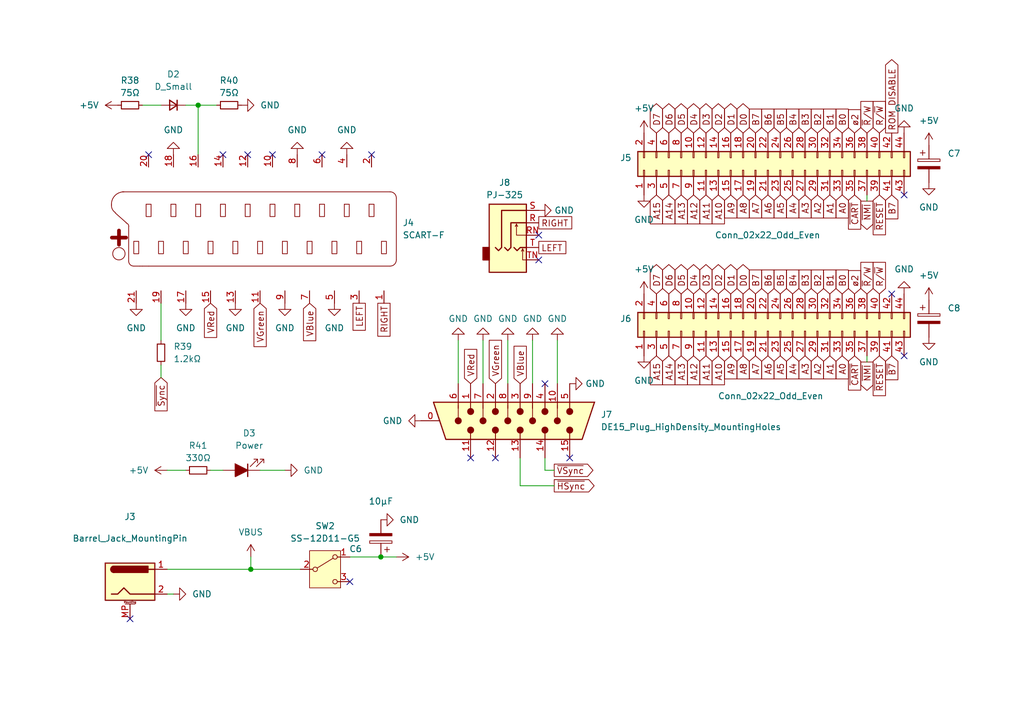
<source format=kicad_sch>
(kicad_sch (version 20231120) (generator "eeschema") (generator_version "8.0")
  (paper "A5")
  (title_block (title "Ports"))
  (lib_symbols
    (symbol "Connector:Barrel_Jack_MountingPin" (pin_names hide)
      (property "Reference" "J" (at 0 5.334 0))
      (property "Value" "Barrel_Jack_MountingPin" (at 1.27 -6.35 0))
      (symbol "Barrel_Jack_MountingPin_0_1"
        (rectangle (start -5.08 3.81) (end 5.08 -3.81) (stroke (width 0.254)) (fill (type background)))
        (arc (start -3.302 3.175) (mid -3.9343 2.54) (end -3.302 1.905) (stroke (width 0.254)))
        (arc (start -3.302 3.175) (mid -3.9343 2.54) (end -3.302 1.905) (stroke (width 0.254)) (fill (type outline)))
        (polyline (pts (xy 5.08 2.54) (xy 3.81 2.54)) (stroke (width 0.254)))
        (polyline (pts (xy -3.81 -2.54) (xy -2.54 -2.54) (xy -1.27 -1.27) (xy 0 -2.54) (xy 2.54 -2.54) (xy 5.08 -2.54)) (stroke (width 0.254)))
        (rectangle (start 3.683 3.175) (end -3.302 1.905) (stroke (width 0.254)) (fill (type outline)))
      )
      (symbol "Barrel_Jack_MountingPin_1_1"
        (polyline (pts (xy -1.016 -4.572) (xy 1.016 -4.572)) (stroke (width 0.1524)))
        (text "Mounting" (at 0 -4.191 0) (effects (font (size 0.381 0.381))))
        (pin passive line (at 7.62 2.54 180) (length 2.54) (name "~") (number "1"))
        (pin passive line (at 7.62 -2.54 180) (length 2.54) (name "~") (number "2"))
        (pin passive line (at 0 -7.62 90) (length 3.048) (name "MountPin") (number "MP"))
      )
    )
    (symbol "Connector:DE15_Plug_HighDensity_MountingHoles" (pin_names (offset 1.016) hide)
      (property "Reference" "J" (at 0 21.59 0))
      (property "Value" "DE15_Plug_HighDensity_MountingHoles" (at 0 19.05 0))
      (symbol "DE15_Plug_HighDensity_MountingHoles_0_1"
        (circle (center -1.905 -7.62) (radius 0.635) (fill (type outline)))
        (circle (center -1.905 -2.54) (radius 0.635) (fill (type outline)))
        (circle (center -1.905 2.54) (radius 0.635) (fill (type outline)))
        (circle (center -1.905 7.62) (radius 0.635) (fill (type outline)))
        (circle (center -1.905 12.7) (radius 0.635) (fill (type outline)))
        (circle (center 0 -10.16) (radius 0.635) (fill (type outline)))
        (circle (center 0 -5.08) (radius 0.635) (fill (type outline)))
        (polyline (pts (xy -3.175 -5.08) (xy -0.635 -5.08)))
        (polyline (pts (xy -0.635 -10.16) (xy -3.175 -10.16)))
        (polyline (pts (xy -0.635 0) (xy -3.175 0)))
        (polyline (pts (xy -0.635 5.08) (xy -3.175 5.08)))
        (polyline (pts (xy -0.635 10.16) (xy -3.175 10.16)))
        (polyline (pts (xy -3.81 17.78) (xy -3.81 -15.24) (xy 3.81 -12.7) (xy 3.81 15.24) (xy -3.81 17.78)) (stroke (width 0.254)) (fill (type background)))
        (circle (center 0 0) (radius 0.635) (fill (type outline)))
        (circle (center 0 5.08) (radius 0.635) (fill (type outline)))
        (circle (center 0 10.16) (radius 0.635) (fill (type outline)))
        (circle (center 1.905 -7.62) (radius 0.635) (fill (type outline)))
        (circle (center 1.905 -2.54) (radius 0.635) (fill (type outline)))
        (circle (center 1.905 2.54) (radius 0.635) (fill (type outline)))
        (circle (center 1.905 7.62) (radius 0.635) (fill (type outline)))
        (circle (center 1.905 12.7) (radius 0.635) (fill (type outline)))
      )
      (symbol "DE15_Plug_HighDensity_MountingHoles_1_1"
        (pin passive line (at 0 -17.78 90) (length 3.81) (name "~") (number "0"))
        (pin passive line (at -7.62 -7.62 0) (length 5.08) (name "~") (number "1"))
        (pin passive line (at -7.62 10.16 0) (length 5.08) (name "~") (number "10"))
        (pin passive line (at 7.62 -7.62 180) (length 5.08) (name "~") (number "11"))
        (pin passive line (at 7.62 -2.54 180) (length 5.08) (name "~") (number "12"))
        (pin passive line (at 7.62 2.54 180) (length 5.08) (name "~") (number "13"))
        (pin passive line (at 7.62 7.62 180) (length 5.08) (name "~") (number "14"))
        (pin passive line (at 7.62 12.7 180) (length 5.08) (name "~") (number "15"))
        (pin passive line (at -7.62 -2.54 0) (length 5.08) (name "~") (number "2"))
        (pin passive line (at -7.62 2.54 0) (length 5.08) (name "~") (number "3"))
        (pin passive line (at -7.62 7.62 0) (length 5.08) (name "~") (number "4"))
        (pin passive line (at -7.62 12.7 0) (length 5.08) (name "~") (number "5"))
        (pin passive line (at -7.62 -10.16 0) (length 5.08) (name "~") (number "6"))
        (pin passive line (at -7.62 -5.08 0) (length 5.08) (name "~") (number "7"))
        (pin passive line (at -7.62 0 0) (length 5.08) (name "~") (number "8"))
        (pin passive line (at -7.62 5.08 0) (length 5.08) (name "~") (number "9"))
      )
    )
    (symbol "Connector:SCART-F" (pin_names (offset 0.762) hide)
      (property "Reference" "J" (at 0 31.75 0))
      (property "Value" "SCART-F" (at 1.016 -29.21 0))
      (symbol "SCART-F_0_1"
        (arc (start -7.62 -26.67) (mid -7.248 -27.568) (end -6.35 -27.94))
        (arc (start -6.604 26.9494) (mid -7.3224 26.6518) (end -7.62 25.9334))
        (rectangle (start -5.08 -24.892) (end -2.54 -25.908))
        (rectangle (start -5.08 -19.812) (end -2.54 -20.828))
        (rectangle (start -5.08 -14.732) (end -2.54 -15.748))
        (rectangle (start -5.08 -9.652) (end -2.54 -10.668))
        (rectangle (start -5.08 -4.572) (end -2.54 -5.588))
        (rectangle (start -5.08 0.508) (end -2.54 -0.508))
        (rectangle (start -5.08 5.588) (end -2.54 4.572))
        (rectangle (start -5.08 10.668) (end -2.54 9.652))
        (rectangle (start -5.08 15.748) (end -2.54 14.732))
        (rectangle (start -5.08 20.828) (end -2.54 19.812))
        (rectangle (start -5.08 25.908) (end -2.54 24.892))
        (circle (center -5.08 28.956) (radius 1.27))
        (polyline (pts (xy -7.62 22.86) (xy -7.62 -26.67)))
        (polyline (pts (xy -7.62 22.86) (xy -7.62 24.13)))
        (polyline (pts (xy -7.62 24.6634) (xy -7.62 24.13)))
        (polyline (pts (xy -7.62 24.6634) (xy -7.62 25.9334)))
        (polyline (pts (xy -6.604 26.9494) (xy 0.508 26.9494)))
        (polyline (pts (xy -6.35 -27.94) (xy 6.35 -27.94)))
        (polyline (pts (xy 3.302 29.718) (xy 1.27 27.432)))
        (polyline (pts (xy 4.826 30.48) (xy 5.08 30.48)))
        (polyline (pts (xy 7.62 -26.67) (xy 7.62 28.2194)))
        (arc (start 0.508 26.924) (mid 0.9569 27.0702) (end 1.2192 27.4574))
        (rectangle (start 2.54 -22.352) (end 5.08 -23.368))
        (rectangle (start 2.54 -17.272) (end 5.08 -18.288))
        (rectangle (start 2.54 -12.192) (end 5.08 -13.208))
        (rectangle (start 2.54 -7.112) (end 5.08 -8.128))
        (rectangle (start 2.54 -2.032) (end 5.08 -3.048))
        (rectangle (start 2.54 3.048) (end 5.08 2.032))
        (rectangle (start 2.54 8.128) (end 5.08 7.112))
        (rectangle (start 2.54 13.208) (end 5.08 12.192))
        (rectangle (start 2.54 18.288) (end 5.08 17.272))
        (rectangle (start 2.54 23.368) (end 5.08 22.352))
        (arc (start 4.826 30.48) (mid 3.999 30.2726) (end 3.3782 29.6926))
        (arc (start 6.35 -27.94) (mid 7.248 -27.568) (end 7.62 -26.67))
        (arc (start 7.62 27.94) (mid 6.8761 29.7361) (end 5.08 30.48))
        (text "+" (at -1.778 29.21 0) (effects (font (size 3.81 3.81) (bold yes))))
      )
      (symbol "SCART-F_1_1"
        (pin passive line (at -15.24 -25.4 0) (length 2.54) (name "P1") (number "1"))
        (pin passive line (at 15.24 -2.54 180) (length 2.54) (name "P10") (number "10"))
        (pin passive line (at -15.24 0 0) (length 2.54) (name "P11") (number "11"))
        (pin passive line (at 15.24 2.54 180) (length 2.54) (name "P12") (number "12"))
        (pin passive line (at -15.24 5.08 0) (length 2.54) (name "P13") (number "13"))
        (pin passive line (at 15.24 7.62 180) (length 2.54) (name "P14") (number "14"))
        (pin passive line (at -15.24 10.16 0) (length 2.54) (name "P15") (number "15"))
        (pin passive line (at 15.24 12.7 180) (length 2.54) (name "P16") (number "16"))
        (pin passive line (at -15.24 15.24 0) (length 2.54) (name "P17") (number "17"))
        (pin passive line (at 15.24 17.78 180) (length 2.54) (name "P18") (number "18"))
        (pin passive line (at -15.24 20.32 0) (length 2.54) (name "P19") (number "19"))
        (pin passive line (at 15.24 -22.86 180) (length 2.54) (name "P2") (number "2"))
        (pin passive line (at 15.24 22.86 180) (length 2.54) (name "P20") (number "20"))
        (pin passive line (at -15.24 25.4 0) (length 2.54) (name "P21") (number "21"))
        (pin passive line (at -15.24 -20.32 0) (length 2.54) (name "P3") (number "3"))
        (pin passive line (at 15.24 -17.78 180) (length 2.54) (name "P4") (number "4"))
        (pin passive line (at -15.24 -15.24 0) (length 2.54) (name "P5") (number "5"))
        (pin passive line (at 15.24 -12.7 180) (length 2.54) (name "P6") (number "6"))
        (pin passive line (at -15.24 -10.16 0) (length 2.54) (name "P7") (number "7"))
        (pin passive line (at 15.24 -7.62 180) (length 2.54) (name "P8") (number "8"))
        (pin passive line (at -15.24 -5.08 0) (length 2.54) (name "P9") (number "9"))
      )
    )
    (symbol "Connector_Audio:AudioJack3_SwitchTR"
      (property "Reference" "J" (at 0 8.89 0))
      (property "Value" "AudioJack3_SwitchTR" (at 0 6.35 0))
      (symbol "AudioJack3_SwitchTR_0_1"
        (rectangle (start -5.08 -5.08) (end -6.35 -7.62) (stroke (width 0.254)) (fill (type outline)))
        (polyline (pts (xy 0.508 -0.254) (xy 0.762 -0.762)))
        (polyline (pts (xy 1.778 -5.334) (xy 2.032 -5.842)))
        (polyline (pts (xy 0 -5.08) (xy 0.635 -5.715) (xy 1.27 -5.08) (xy 2.54 -5.08)) (stroke (width 0.254)))
        (polyline (pts (xy 2.54 -7.62) (xy 1.778 -7.62) (xy 1.778 -5.334) (xy 1.524 -5.842)))
        (polyline (pts (xy 2.54 -2.54) (xy 0.508 -2.54) (xy 0.508 -0.254) (xy 0.254 -0.762)))
        (polyline (pts (xy -1.905 -5.08) (xy -1.27 -5.715) (xy -0.635 -5.08) (xy -0.635 0) (xy 2.54 0)) (stroke (width 0.254)))
        (polyline (pts (xy 2.54 2.54) (xy -2.54 2.54) (xy -2.54 -5.08) (xy -3.175 -5.715) (xy -3.81 -5.08)) (stroke (width 0.254)))
        (rectangle (start 2.54 3.81) (end -5.08 -10.16) (stroke (width 0.254)) (fill (type background)))
      )
      (symbol "AudioJack3_SwitchTR_1_1"
        (pin passive line (at 5.08 0 180) (length 2.54) (name "~") (number "R"))
        (pin passive line (at 5.08 -2.54 180) (length 2.54) (name "~") (number "RN"))
        (pin passive line (at 5.08 2.54 180) (length 2.54) (name "~") (number "S"))
        (pin passive line (at 5.08 -5.08 180) (length 2.54) (name "~") (number "T"))
        (pin passive line (at 5.08 -7.62 180) (length 2.54) (name "~") (number "TN"))
      )
    )
    (symbol "Connector_Generic:Conn_02x22_Odd_Even" (pin_names (offset 1.016) hide)
      (property "Reference" "J" (at 1.27 27.94 0))
      (property "Value" "Conn_02x22_Odd_Even" (at 1.27 -30.48 0))
      (symbol "Conn_02x22_Odd_Even_1_1"
        (rectangle (start -1.27 -27.813) (end 0 -28.067) (stroke (width 0.1524)))
        (rectangle (start -1.27 -25.273) (end 0 -25.527) (stroke (width 0.1524)))
        (rectangle (start -1.27 -22.733) (end 0 -22.987) (stroke (width 0.1524)))
        (rectangle (start -1.27 -20.193) (end 0 -20.447) (stroke (width 0.1524)))
        (rectangle (start -1.27 -17.653) (end 0 -17.907) (stroke (width 0.1524)))
        (rectangle (start -1.27 -15.113) (end 0 -15.367) (stroke (width 0.1524)))
        (rectangle (start -1.27 -12.573) (end 0 -12.827) (stroke (width 0.1524)))
        (rectangle (start -1.27 -10.033) (end 0 -10.287) (stroke (width 0.1524)))
        (rectangle (start -1.27 -7.493) (end 0 -7.747) (stroke (width 0.1524)))
        (rectangle (start -1.27 -4.953) (end 0 -5.207) (stroke (width 0.1524)))
        (rectangle (start -1.27 -2.413) (end 0 -2.667) (stroke (width 0.1524)))
        (rectangle (start -1.27 0.127) (end 0 -0.127) (stroke (width 0.1524)))
        (rectangle (start -1.27 2.667) (end 0 2.413) (stroke (width 0.1524)))
        (rectangle (start -1.27 5.207) (end 0 4.953) (stroke (width 0.1524)))
        (rectangle (start -1.27 7.747) (end 0 7.493) (stroke (width 0.1524)))
        (rectangle (start -1.27 10.287) (end 0 10.033) (stroke (width 0.1524)))
        (rectangle (start -1.27 12.827) (end 0 12.573) (stroke (width 0.1524)))
        (rectangle (start -1.27 15.367) (end 0 15.113) (stroke (width 0.1524)))
        (rectangle (start -1.27 17.907) (end 0 17.653) (stroke (width 0.1524)))
        (rectangle (start -1.27 20.447) (end 0 20.193) (stroke (width 0.1524)))
        (rectangle (start -1.27 22.987) (end 0 22.733) (stroke (width 0.1524)))
        (rectangle (start -1.27 25.527) (end 0 25.273) (stroke (width 0.1524)))
        (rectangle (start -1.27 26.67) (end 3.81 -29.21) (stroke (width 0.254)) (fill (type background)))
        (rectangle (start 3.81 -27.813) (end 2.54 -28.067) (stroke (width 0.1524)))
        (rectangle (start 3.81 -25.273) (end 2.54 -25.527) (stroke (width 0.1524)))
        (rectangle (start 3.81 -22.733) (end 2.54 -22.987) (stroke (width 0.1524)))
        (rectangle (start 3.81 -20.193) (end 2.54 -20.447) (stroke (width 0.1524)))
        (rectangle (start 3.81 -17.653) (end 2.54 -17.907) (stroke (width 0.1524)))
        (rectangle (start 3.81 -15.113) (end 2.54 -15.367) (stroke (width 0.1524)))
        (rectangle (start 3.81 -12.573) (end 2.54 -12.827) (stroke (width 0.1524)))
        (rectangle (start 3.81 -10.033) (end 2.54 -10.287) (stroke (width 0.1524)))
        (rectangle (start 3.81 -7.493) (end 2.54 -7.747) (stroke (width 0.1524)))
        (rectangle (start 3.81 -4.953) (end 2.54 -5.207) (stroke (width 0.1524)))
        (rectangle (start 3.81 -2.413) (end 2.54 -2.667) (stroke (width 0.1524)))
        (rectangle (start 3.81 0.127) (end 2.54 -0.127) (stroke (width 0.1524)))
        (rectangle (start 3.81 2.667) (end 2.54 2.413) (stroke (width 0.1524)))
        (rectangle (start 3.81 5.207) (end 2.54 4.953) (stroke (width 0.1524)))
        (rectangle (start 3.81 7.747) (end 2.54 7.493) (stroke (width 0.1524)))
        (rectangle (start 3.81 10.287) (end 2.54 10.033) (stroke (width 0.1524)))
        (rectangle (start 3.81 12.827) (end 2.54 12.573) (stroke (width 0.1524)))
        (rectangle (start 3.81 15.367) (end 2.54 15.113) (stroke (width 0.1524)))
        (rectangle (start 3.81 17.907) (end 2.54 17.653) (stroke (width 0.1524)))
        (rectangle (start 3.81 20.447) (end 2.54 20.193) (stroke (width 0.1524)))
        (rectangle (start 3.81 22.987) (end 2.54 22.733) (stroke (width 0.1524)))
        (rectangle (start 3.81 25.527) (end 2.54 25.273) (stroke (width 0.1524)))
        (pin passive line (at -5.08 25.4 0) (length 3.81) (name "Pin_1") (number "1"))
        (pin passive line (at 7.62 15.24 180) (length 3.81) (name "Pin_10") (number "10"))
        (pin passive line (at -5.08 12.7 0) (length 3.81) (name "Pin_11") (number "11"))
        (pin passive line (at 7.62 12.7 180) (length 3.81) (name "Pin_12") (number "12"))
        (pin passive line (at -5.08 10.16 0) (length 3.81) (name "Pin_13") (number "13"))
        (pin passive line (at 7.62 10.16 180) (length 3.81) (name "Pin_14") (number "14"))
        (pin passive line (at -5.08 7.62 0) (length 3.81) (name "Pin_15") (number "15"))
        (pin passive line (at 7.62 7.62 180) (length 3.81) (name "Pin_16") (number "16"))
        (pin passive line (at -5.08 5.08 0) (length 3.81) (name "Pin_17") (number "17"))
        (pin passive line (at 7.62 5.08 180) (length 3.81) (name "Pin_18") (number "18"))
        (pin passive line (at -5.08 2.54 0) (length 3.81) (name "Pin_19") (number "19"))
        (pin passive line (at 7.62 25.4 180) (length 3.81) (name "Pin_2") (number "2"))
        (pin passive line (at 7.62 2.54 180) (length 3.81) (name "Pin_20") (number "20"))
        (pin passive line (at -5.08 0 0) (length 3.81) (name "Pin_21") (number "21"))
        (pin passive line (at 7.62 0 180) (length 3.81) (name "Pin_22") (number "22"))
        (pin passive line (at -5.08 -2.54 0) (length 3.81) (name "Pin_23") (number "23"))
        (pin passive line (at 7.62 -2.54 180) (length 3.81) (name "Pin_24") (number "24"))
        (pin passive line (at -5.08 -5.08 0) (length 3.81) (name "Pin_25") (number "25"))
        (pin passive line (at 7.62 -5.08 180) (length 3.81) (name "Pin_26") (number "26"))
        (pin passive line (at -5.08 -7.62 0) (length 3.81) (name "Pin_27") (number "27"))
        (pin passive line (at 7.62 -7.62 180) (length 3.81) (name "Pin_28") (number "28"))
        (pin passive line (at -5.08 -10.16 0) (length 3.81) (name "Pin_29") (number "29"))
        (pin passive line (at -5.08 22.86 0) (length 3.81) (name "Pin_3") (number "3"))
        (pin passive line (at 7.62 -10.16 180) (length 3.81) (name "Pin_30") (number "30"))
        (pin passive line (at -5.08 -12.7 0) (length 3.81) (name "Pin_31") (number "31"))
        (pin passive line (at 7.62 -12.7 180) (length 3.81) (name "Pin_32") (number "32"))
        (pin passive line (at -5.08 -15.24 0) (length 3.81) (name "Pin_33") (number "33"))
        (pin passive line (at 7.62 -15.24 180) (length 3.81) (name "Pin_34") (number "34"))
        (pin passive line (at -5.08 -17.78 0) (length 3.81) (name "Pin_35") (number "35"))
        (pin passive line (at 7.62 -17.78 180) (length 3.81) (name "Pin_36") (number "36"))
        (pin passive line (at -5.08 -20.32 0) (length 3.81) (name "Pin_37") (number "37"))
        (pin passive line (at 7.62 -20.32 180) (length 3.81) (name "Pin_38") (number "38"))
        (pin passive line (at -5.08 -22.86 0) (length 3.81) (name "Pin_39") (number "39"))
        (pin passive line (at 7.62 22.86 180) (length 3.81) (name "Pin_4") (number "4"))
        (pin passive line (at 7.62 -22.86 180) (length 3.81) (name "Pin_40") (number "40"))
        (pin passive line (at -5.08 -25.4 0) (length 3.81) (name "Pin_41") (number "41"))
        (pin passive line (at 7.62 -25.4 180) (length 3.81) (name "Pin_42") (number "42"))
        (pin passive line (at -5.08 -27.94 0) (length 3.81) (name "Pin_43") (number "43"))
        (pin passive line (at 7.62 -27.94 180) (length 3.81) (name "Pin_44") (number "44"))
        (pin passive line (at -5.08 20.32 0) (length 3.81) (name "Pin_5") (number "5"))
        (pin passive line (at 7.62 20.32 180) (length 3.81) (name "Pin_6") (number "6"))
        (pin passive line (at -5.08 17.78 0) (length 3.81) (name "Pin_7") (number "7"))
        (pin passive line (at 7.62 17.78 180) (length 3.81) (name "Pin_8") (number "8"))
        (pin passive line (at -5.08 15.24 0) (length 3.81) (name "Pin_9") (number "9"))
      )
    )
    (symbol "Device:C_Polarized" (pin_numbers hide) (pin_names (offset 0.254))
      (property "Reference" "C" (at 0.635 2.54 0))
      (property "Value" "C_Polarized" (at 0.635 -2.54 0))
      (symbol "C_Polarized_0_1"
        (rectangle (start -2.286 0.508) (end 2.286 1.016))
        (polyline (pts (xy -1.778 2.286) (xy -0.762 2.286)))
        (polyline (pts (xy -1.27 2.794) (xy -1.27 1.778)))
        (rectangle (start 2.286 -0.508) (end -2.286 -1.016) (fill (type outline)))
      )
      (symbol "C_Polarized_1_1"
        (pin passive line (at 0 3.81 270) (length 2.794) (name "~") (number "1"))
        (pin passive line (at 0 -3.81 90) (length 2.794) (name "~") (number "2"))
      )
    )
    (symbol "Device:D_Small" (pin_numbers hide) (pin_names (offset 0.254) hide)
      (property "Reference" "D" (at -1.27 2.032 0))
      (property "Value" "D_Small" (at -3.81 -2.032 0))
      (symbol "D_Small_0_1"
        (polyline (pts (xy -0.762 -1.016) (xy -0.762 1.016)) (stroke (width 0.254)))
        (polyline (pts (xy -0.762 0) (xy 0.762 0)))
        (polyline (pts (xy 0.762 -1.016) (xy -0.762 0) (xy 0.762 1.016) (xy 0.762 -1.016)) (stroke (width 0.254)))
      )
      (symbol "D_Small_1_1"
        (pin passive line (at -2.54 0 0) (length 1.778) (name "K") (number "1"))
        (pin passive line (at 2.54 0 180) (length 1.778) (name "A") (number "2"))
      )
    )
    (symbol "Device:LED_Filled" (pin_numbers hide) (pin_names (offset 1.016) hide)
      (property "Reference" "D" (at 0 2.54 0))
      (property "Value" "LED_Filled" (at 0 -2.54 0))
      (symbol "LED_Filled_0_1"
        (polyline (pts (xy -1.27 -1.27) (xy -1.27 1.27)) (stroke (width 0.254)))
        (polyline (pts (xy -1.27 0) (xy 1.27 0)))
        (polyline (pts (xy 1.27 -1.27) (xy 1.27 1.27) (xy -1.27 0) (xy 1.27 -1.27)) (stroke (width 0.254)) (fill (type outline)))
        (polyline (pts (xy -3.048 -0.762) (xy -4.572 -2.286) (xy -3.81 -2.286) (xy -4.572 -2.286) (xy -4.572 -1.524)))
        (polyline (pts (xy -1.778 -0.762) (xy -3.302 -2.286) (xy -2.54 -2.286) (xy -3.302 -2.286) (xy -3.302 -1.524)))
      )
      (symbol "LED_Filled_1_1"
        (pin passive line (at -3.81 0 0) (length 2.54) (name "K") (number "1"))
        (pin passive line (at 3.81 0 180) (length 2.54) (name "A") (number "2"))
      )
    )
    (symbol "Device:R_Small" (pin_numbers hide) (pin_names (offset 0.254) hide)
      (property "Reference" "R" (at 0.762 0.508 0))
      (property "Value" "R_Small" (at 0.762 -1.016 0))
      (symbol "R_Small_0_1"
        (rectangle (start -0.762 1.778) (end 0.762 -1.778) (stroke (width 0.2032)))
      )
      (symbol "R_Small_1_1"
        (pin passive line (at 0 2.54 270) (length 0.762) (name "~") (number "1"))
        (pin passive line (at 0 -2.54 90) (length 0.762) (name "~") (number "2"))
      )
    )
    (symbol "Switch:SW_SPDT" (pin_names (offset 0) hide)
      (property "Reference" "SW" (at 0 5.08 0))
      (property "Value" "SW_SPDT" (at 0 -5.08 0))
      (symbol "SW_SPDT_0_1"
        (circle (center -2.032 0) (radius 0.4572))
        (polyline (pts (xy -1.651 0.254) (xy 1.651 2.286)))
        (circle (center 2.032 -2.54) (radius 0.4572))
        (circle (center 2.032 2.54) (radius 0.4572))
      )
      (symbol "SW_SPDT_1_1"
        (rectangle (start -3.175 3.81) (end 3.175 -3.81) (fill (type background)))
        (pin passive line (at 5.08 2.54 180) (length 2.54) (name "A") (number "1"))
        (pin passive line (at -5.08 0 0) (length 2.54) (name "B") (number "2"))
        (pin passive line (at 5.08 -2.54 180) (length 2.54) (name "C") (number "3"))
      )
    )
    (symbol "power:+5V" (power) (pin_names (offset 0))
      (property "Value" "+5V" (at 0 3.556 0))
      (symbol "+5V_0_1"
        (polyline (pts (xy -0.762 1.27) (xy 0 2.54)))
        (polyline (pts (xy 0 0) (xy 0 2.54)))
        (polyline (pts (xy 0 2.54) (xy 0.762 1.27)))
      )
      (symbol "+5V_1_1"
        (pin power_in line (at 0 0 90) (length 0) hide (name "+5V") (number "1"))
      )
    )
    (symbol "power:GND" (power) (pin_names (offset 0))
      (property "Value" "GND" (at 0 -3.81 0))
      (symbol "GND_0_1"
        (polyline (pts (xy 0 0) (xy 0 -1.27) (xy 1.27 -1.27) (xy 0 -2.54) (xy -1.27 -1.27) (xy 0 -1.27)))
      )
      (symbol "GND_1_1"
        (pin power_in line (at 0 0 270) (length 0) hide (name "GND") (number "1"))
      )
    )
    (symbol "power:VBUS" (power) (pin_names (offset 0))
      (property "Value" "VBUS" (at 0 3.81 0))
      (symbol "VBUS_0_1"
        (polyline (pts (xy -0.762 1.27) (xy 0 2.54)))
        (polyline (pts (xy 0 0) (xy 0 2.54)))
        (polyline (pts (xy 0 2.54) (xy 0.762 1.27)))
      )
      (symbol "VBUS_1_1"
        (pin power_in line (at 0 0 90) (length 0) hide (name "VBUS") (number "1"))
      )
    )
  )
  (junction (at 40.64 21.59))
  (junction (at 51.435 116.84))
  (junction (at 78.105 114.3))
  (no_connect (at 185.42 73.025))
  (no_connect (at 101.6 93.98))
  (no_connect (at 110.49 48.26))
  (no_connect (at 182.88 60.325))
  (no_connect (at 66.04 31.75))
  (no_connect (at 55.88 31.75))
  (no_connect (at 50.8 31.75))
  (no_connect (at 26.67 127))
  (no_connect (at 71.755 119.38))
  (no_connect (at 96.52 93.98))
  (no_connect (at 111.76 78.74))
  (no_connect (at 116.84 93.98))
  (no_connect (at 185.42 40.005))
  (no_connect (at 110.49 53.34))
  (no_connect (at 30.48 31.75))
  (no_connect (at 76.2 31.75))
  (no_connect (at 45.72 31.75))
  (wire (pts (xy 177.8 41.275) (xy 177.8 40.005)))
  (wire (pts (xy 71.755 114.3) (xy 78.105 114.3)))
  (wire (pts (xy 177.8 74.295) (xy 177.8 73.025)))
  (wire (pts (xy 40.64 21.59) (xy 44.45 21.59)))
  (wire (pts (xy 113.665 96.52) (xy 111.76 96.52)))
  (wire (pts (xy 113.665 99.695) (xy 106.68 99.695)))
  (wire (pts (xy 106.68 99.695) (xy 106.68 93.98)))
  (wire (pts (xy 109.22 69.85) (xy 109.22 78.74)))
  (wire (pts (xy 93.98 69.85) (xy 93.98 78.74)))
  (wire (pts (xy 35.56 121.92) (xy 34.29 121.92)))
  (wire (pts (xy 29.21 21.59) (xy 33.02 21.59)))
  (wire (pts (xy 51.435 116.84) (xy 61.595 116.84)))
  (wire (pts (xy 99.06 69.85) (xy 99.06 78.74)))
  (wire (pts (xy 33.02 69.85) (xy 33.02 62.23)))
  (wire (pts (xy 51.435 114.3) (xy 51.435 116.84)))
  (wire (pts (xy 104.14 69.85) (xy 104.14 78.74)))
  (wire (pts (xy 58.42 96.52) (xy 53.34 96.52)))
  (wire (pts (xy 78.105 114.3) (xy 81.28 114.3)))
  (wire (pts (xy 40.64 21.59) (xy 40.64 31.75)))
  (wire (pts (xy 33.02 77.47) (xy 33.02 74.93)))
  (wire (pts (xy 34.29 96.52) (xy 38.1 96.52)))
  (wire (pts (xy 111.76 96.52) (xy 111.76 93.98)))
  (wire (pts (xy 34.29 116.84) (xy 51.435 116.84)))
  (wire (pts (xy 38.1 21.59) (xy 40.64 21.59)))
  (wire (pts (xy 43.18 96.52) (xy 45.72 96.52)))
  (wire (pts (xy 114.3 69.85) (xy 114.3 78.74)))
  (global_label "A4" (shape input) (at 162.56 40.005 270) (property "Intersheetrefs" "${INTERSHEET_REFS}" (effects (hide yes))))
  (global_label "A1" (shape input) (at 170.18 73.025 270) (property "Intersheetrefs" "${INTERSHEET_REFS}" (effects (hide yes))))
  (global_label "A7" (shape input) (at 154.94 40.005 270) (property "Intersheetrefs" "${INTERSHEET_REFS}" (effects (hide yes))))
  (global_label "D1" (shape bidirectional) (at 149.86 27.305 90) (property "Intersheetrefs" "${INTERSHEET_REFS}" (effects (hide yes))))
  (global_label "A11" (shape input) (at 144.78 73.025 270) (property "Intersheetrefs" "${INTERSHEET_REFS}" (effects (hide yes))))
  (global_label "~{HSync}" (shape output) (at 113.665 99.695 0) (property "Intersheetrefs" "${INTERSHEET_REFS}" (effects (hide yes))))
  (global_label "~{Sync}" (shape input) (at 33.02 77.47 270) (property "Intersheetrefs" "${INTERSHEET_REFS}" (effects (hide yes))))
  (global_label "D4" (shape bidirectional) (at 142.24 27.305 90) (property "Intersheetrefs" "${INTERSHEET_REFS}" (effects (hide yes))))
  (global_label "A10" (shape input) (at 147.32 40.005 270) (property "Intersheetrefs" "${INTERSHEET_REFS}" (effects (hide yes))))
  (global_label "A8" (shape input) (at 152.4 73.025 270) (property "Intersheetrefs" "${INTERSHEET_REFS}" (effects (hide yes))))
  (global_label "B3" (shape input) (at 165.1 60.325 90) (property "Intersheetrefs" "${INTERSHEET_REFS}" (effects (hide yes))))
  (global_label "B7" (shape input) (at 154.94 60.325 90) (property "Intersheetrefs" "${INTERSHEET_REFS}" (effects (hide yes))))
  (global_label "A9" (shape input) (at 149.86 73.025 270) (property "Intersheetrefs" "${INTERSHEET_REFS}" (effects (hide yes))))
  (global_label "B2" (shape input) (at 167.64 27.305 90) (property "Intersheetrefs" "${INTERSHEET_REFS}" (effects (hide yes))))
  (global_label "VRed" (shape input) (at 43.18 62.23 270) (property "Intersheetrefs" "${INTERSHEET_REFS}" (effects (hide yes))))
  (global_label "A13" (shape input) (at 139.7 40.005 270) (property "Intersheetrefs" "${INTERSHEET_REFS}" (effects (hide yes))))
  (global_label "B6" (shape input) (at 157.48 60.325 90) (property "Intersheetrefs" "${INTERSHEET_REFS}" (effects (hide yes))))
  (global_label "A0" (shape input) (at 172.72 73.025 270) (property "Intersheetrefs" "${INTERSHEET_REFS}" (effects (hide yes))))
  (global_label "D2" (shape bidirectional) (at 147.32 27.305 90) (property "Intersheetrefs" "${INTERSHEET_REFS}" (effects (hide yes))))
  (global_label "A10" (shape input) (at 147.32 73.025 270) (property "Intersheetrefs" "${INTERSHEET_REFS}" (effects (hide yes))))
  (global_label "~{B7}" (shape input) (at 182.88 73.025 270) (property "Intersheetrefs" "${INTERSHEET_REFS}" (effects (hide yes))))
  (global_label "A4" (shape input) (at 162.56 73.025 270) (property "Intersheetrefs" "${INTERSHEET_REFS}" (effects (hide yes))))
  (global_label "D3" (shape bidirectional) (at 144.78 60.325 90) (property "Intersheetrefs" "${INTERSHEET_REFS}" (effects (hide yes))))
  (global_label "~{RESET}" (shape input) (at 180.34 73.025 270) (property "Intersheetrefs" "${INTERSHEET_REFS}" (effects (hide yes))))
  (global_label "D4" (shape bidirectional) (at 142.24 60.325 90) (property "Intersheetrefs" "${INTERSHEET_REFS}" (effects (hide yes))))
  (global_label "R{slash}~{W}" (shape input) (at 180.34 60.325 90) (property "Intersheetrefs" "${INTERSHEET_REFS}" (effects (hide yes))))
  (global_label "A5" (shape input) (at 160.02 40.005 270) (property "Intersheetrefs" "${INTERSHEET_REFS}" (effects (hide yes))))
  (global_label "A11" (shape input) (at 144.78 40.005 270) (property "Intersheetrefs" "${INTERSHEET_REFS}" (effects (hide yes))))
  (global_label "R{slash}~{W}" (shape input) (at 180.34 27.305 90) (property "Intersheetrefs" "${INTERSHEET_REFS}" (effects (hide yes))))
  (global_label "ø2" (shape input) (at 175.26 60.325 90) (property "Intersheetrefs" "${INTERSHEET_REFS}" (effects (hide yes))))
  (global_label "ROM DISABLE" (shape output) (at 182.88 27.305 90) (property "Intersheetrefs" "${INTERSHEET_REFS}" (effects (hide yes))))
  (global_label "B0" (shape input) (at 172.72 60.325 90) (property "Intersheetrefs" "${INTERSHEET_REFS}" (effects (hide yes))))
  (global_label "D3" (shape bidirectional) (at 144.78 27.305 90) (property "Intersheetrefs" "${INTERSHEET_REFS}" (effects (hide yes))))
  (global_label "B4" (shape input) (at 162.56 60.325 90) (property "Intersheetrefs" "${INTERSHEET_REFS}" (effects (hide yes))))
  (global_label "A3" (shape input) (at 165.1 40.005 270) (property "Intersheetrefs" "${INTERSHEET_REFS}" (effects (hide yes))))
  (global_label "D7" (shape bidirectional) (at 134.62 27.305 90) (property "Intersheetrefs" "${INTERSHEET_REFS}" (effects (hide yes))))
  (global_label "LEFT" (shape passive) (at 73.66 62.23 270) (property "Intersheetrefs" "${INTERSHEET_REFS}" (effects (hide yes))))
  (global_label "A12" (shape input) (at 142.24 40.005 270) (property "Intersheetrefs" "${INTERSHEET_REFS}" (effects (hide yes))))
  (global_label "VBlue" (shape input) (at 63.5 62.23 270) (property "Intersheetrefs" "${INTERSHEET_REFS}" (effects (hide yes))))
  (global_label "B3" (shape input) (at 165.1 27.305 90) (property "Intersheetrefs" "${INTERSHEET_REFS}" (effects (hide yes))))
  (global_label "D6" (shape bidirectional) (at 137.16 27.305 90) (property "Intersheetrefs" "${INTERSHEET_REFS}" (effects (hide yes))))
  (global_label "~{CART}" (shape input) (at 175.26 73.025 270) (property "Intersheetrefs" "${INTERSHEET_REFS}" (effects (hide yes))))
  (global_label "VGreen" (shape input) (at 101.6 78.74 90) (property "Intersheetrefs" "${INTERSHEET_REFS}" (effects (hide yes))))
  (global_label "LEFT" (shape passive) (at 110.49 50.8 0) (property "Intersheetrefs" "${INTERSHEET_REFS}" (effects (hide yes))))
  (global_label "A8" (shape input) (at 152.4 40.005 270) (property "Intersheetrefs" "${INTERSHEET_REFS}" (effects (hide yes))))
  (global_label "D5" (shape bidirectional) (at 139.7 27.305 90) (property "Intersheetrefs" "${INTERSHEET_REFS}" (effects (hide yes))))
  (global_label "RIGHT" (shape passive) (at 110.49 45.72 0) (property "Intersheetrefs" "${INTERSHEET_REFS}" (effects (hide yes))))
  (global_label "RIGHT" (shape passive) (at 78.74 62.23 270) (property "Intersheetrefs" "${INTERSHEET_REFS}" (effects (hide yes))))
  (global_label "B7" (shape input) (at 182.88 40.005 270) (property "Intersheetrefs" "${INTERSHEET_REFS}" (effects (hide yes))))
  (global_label "D5" (shape bidirectional) (at 139.7 60.325 90) (property "Intersheetrefs" "${INTERSHEET_REFS}" (effects (hide yes))))
  (global_label "VRed" (shape input) (at 96.52 78.74 90) (property "Intersheetrefs" "${INTERSHEET_REFS}" (effects (hide yes))))
  (global_label "B5" (shape input) (at 160.02 27.305 90) (property "Intersheetrefs" "${INTERSHEET_REFS}" (effects (hide yes))))
  (global_label "B1" (shape input) (at 170.18 27.305 90) (property "Intersheetrefs" "${INTERSHEET_REFS}" (effects (hide yes))))
  (global_label "B5" (shape input) (at 160.02 60.325 90) (property "Intersheetrefs" "${INTERSHEET_REFS}" (effects (hide yes))))
  (global_label "A14" (shape input) (at 137.16 40.005 270) (property "Intersheetrefs" "${INTERSHEET_REFS}" (effects (hide yes))))
  (global_label "~{VSync}" (shape output) (at 113.665 96.52 0) (property "Intersheetrefs" "${INTERSHEET_REFS}" (effects (hide yes))))
  (global_label "D7" (shape bidirectional) (at 134.62 60.325 90) (property "Intersheetrefs" "${INTERSHEET_REFS}" (effects (hide yes))))
  (global_label "A15" (shape input) (at 134.62 73.025 270) (property "Intersheetrefs" "${INTERSHEET_REFS}" (effects (hide yes))))
  (global_label "A12" (shape input) (at 142.24 73.025 270) (property "Intersheetrefs" "${INTERSHEET_REFS}" (effects (hide yes))))
  (global_label "D0" (shape bidirectional) (at 152.4 27.305 90) (property "Intersheetrefs" "${INTERSHEET_REFS}" (effects (hide yes))))
  (global_label "~{NMI}" (shape output) (at 177.8 74.295 270) (property "Intersheetrefs" "${INTERSHEET_REFS}" (effects (hide yes))))
  (global_label "~{R}{slash}W" (shape input) (at 177.8 60.325 90) (property "Intersheetrefs" "${INTERSHEET_REFS}" (effects (hide yes))))
  (global_label "B0" (shape input) (at 172.72 27.305 90) (property "Intersheetrefs" "${INTERSHEET_REFS}" (effects (hide yes))))
  (global_label "B2" (shape input) (at 167.64 60.325 90) (property "Intersheetrefs" "${INTERSHEET_REFS}" (effects (hide yes))))
  (global_label "A9" (shape input) (at 149.86 40.005 270) (property "Intersheetrefs" "${INTERSHEET_REFS}" (effects (hide yes))))
  (global_label "D1" (shape bidirectional) (at 149.86 60.325 90) (property "Intersheetrefs" "${INTERSHEET_REFS}" (effects (hide yes))))
  (global_label "A6" (shape input) (at 157.48 40.005 270) (property "Intersheetrefs" "${INTERSHEET_REFS}" (effects (hide yes))))
  (global_label "A2" (shape input) (at 167.64 40.005 270) (property "Intersheetrefs" "${INTERSHEET_REFS}" (effects (hide yes))))
  (global_label "D0" (shape bidirectional) (at 152.4 60.325 90) (property "Intersheetrefs" "${INTERSHEET_REFS}" (effects (hide yes))))
  (global_label "ø2" (shape input) (at 175.26 27.305 90) (property "Intersheetrefs" "${INTERSHEET_REFS}" (effects (hide yes))))
  (global_label "A2" (shape input) (at 167.64 73.025 270) (property "Intersheetrefs" "${INTERSHEET_REFS}" (effects (hide yes))))
  (global_label "A1" (shape input) (at 170.18 40.005 270) (property "Intersheetrefs" "${INTERSHEET_REFS}" (effects (hide yes))))
  (global_label "~{NMI}" (shape output) (at 177.8 41.275 270) (property "Intersheetrefs" "${INTERSHEET_REFS}" (effects (hide yes))))
  (global_label "A3" (shape input) (at 165.1 73.025 270) (property "Intersheetrefs" "${INTERSHEET_REFS}" (effects (hide yes))))
  (global_label "B7" (shape input) (at 154.94 27.305 90) (property "Intersheetrefs" "${INTERSHEET_REFS}" (effects (hide yes))))
  (global_label "A0" (shape input) (at 172.72 40.005 270) (property "Intersheetrefs" "${INTERSHEET_REFS}" (effects (hide yes))))
  (global_label "A15" (shape input) (at 134.62 40.005 270) (property "Intersheetrefs" "${INTERSHEET_REFS}" (effects (hide yes))))
  (global_label "VBlue" (shape input) (at 106.68 78.74 90) (property "Intersheetrefs" "${INTERSHEET_REFS}" (effects (hide yes))))
  (global_label "A13" (shape input) (at 139.7 73.025 270) (property "Intersheetrefs" "${INTERSHEET_REFS}" (effects (hide yes))))
  (global_label "~{R}{slash}W" (shape input) (at 177.8 27.305 90) (property "Intersheetrefs" "${INTERSHEET_REFS}" (effects (hide yes))))
  (global_label "A7" (shape input) (at 154.94 73.025 270) (property "Intersheetrefs" "${INTERSHEET_REFS}" (effects (hide yes))))
  (global_label "VGreen" (shape input) (at 53.34 62.23 270) (property "Intersheetrefs" "${INTERSHEET_REFS}" (effects (hide yes))))
  (global_label "B1" (shape input) (at 170.18 60.325 90) (property "Intersheetrefs" "${INTERSHEET_REFS}" (effects (hide yes))))
  (global_label "D2" (shape bidirectional) (at 147.32 60.325 90) (property "Intersheetrefs" "${INTERSHEET_REFS}" (effects (hide yes))))
  (global_label "~{RESET}" (shape input) (at 180.34 40.005 270) (property "Intersheetrefs" "${INTERSHEET_REFS}" (effects (hide yes))))
  (global_label "B4" (shape input) (at 162.56 27.305 90) (property "Intersheetrefs" "${INTERSHEET_REFS}" (effects (hide yes))))
  (global_label "A5" (shape input) (at 160.02 73.025 270) (property "Intersheetrefs" "${INTERSHEET_REFS}" (effects (hide yes))))
  (global_label "D6" (shape bidirectional) (at 137.16 60.325 90) (property "Intersheetrefs" "${INTERSHEET_REFS}" (effects (hide yes))))
  (global_label "A6" (shape input) (at 157.48 73.025 270) (property "Intersheetrefs" "${INTERSHEET_REFS}" (effects (hide yes))))
  (global_label "A14" (shape input) (at 137.16 73.025 270) (property "Intersheetrefs" "${INTERSHEET_REFS}" (effects (hide yes))))
  (global_label "B6" (shape input) (at 157.48 27.305 90) (property "Intersheetrefs" "${INTERSHEET_REFS}" (effects (hide yes))))
  (global_label "~{CART}" (shape input) (at 175.26 40.005 270) (property "Intersheetrefs" "${INTERSHEET_REFS}" (effects (hide yes))))
  (symbol (lib_id "Device:R_Small") (at 33.02 72.39 180) (unit 1)
    (property "Reference" "R39" (at 35.56 71.12 0) (effects (justify right)))
    (property "Value" "1.2kΩ" (at 35.56 73.66 0) (effects (justify right)))
    (property "Footprint" "Resistor_THT:R_Axial_DIN0204_L3.6mm_D1.6mm_P7.62mm_Horizontal" (effects (hide yes)))
  )
  (symbol (lib_id "power:+5V") (at 132.08 27.305 0) (unit 1)
    (property "Reference" "#PWR0161" (effects (hide yes)))
    (property "Value" "+5V" (at 132.08 22.225 0))
  )
  (symbol (lib_id "power:GND") (at 190.5 69.215 0) (unit 1)
    (property "Reference" "#PWR0170" (effects (hide yes)))
    (property "Value" "GND" (at 190.5 74.295 0))
  )
  (symbol (lib_id "power:GND") (at 93.98 69.85 180) (unit 1)
    (property "Reference" "#PWR017" (effects (hide yes)))
    (property "Value" "GND" (at 93.98 65.405 0))
  )
  (symbol (lib_id "Connector:SCART-F") (at 53.34 46.99 90) (unit 1)
    (property "Reference" "J4" (at 82.55 45.72 90) (effects (justify right)))
    (property "Value" "SCART-F" (at 82.55 48.26 90) (effects (justify right)))
    (property "Footprint" "Video:SCART" (effects (hide yes)))
    (property "Datasheet" " ~" (effects (hide yes)))
  )
  (symbol (lib_id "power:GND") (at 86.36 86.36 270) (unit 1)
    (property "Reference" "#PWR013" (effects (hide yes)))
    (property "Value" "GND" (at 82.55 86.36 90) (effects (justify right)))
  )
  (symbol (lib_id "power:GND") (at 35.56 31.75 180) (unit 1)
    (property "Reference" "#PWR0145" (effects (hide yes)))
    (property "Value" "GND" (at 35.56 26.67 0))
  )
  (symbol (lib_id "power:GND") (at 49.53 21.59 90) (unit 1)
    (property "Reference" "#PWR0150" (effects (hide yes)))
    (property "Value" "GND" (at 53.34 21.59 90) (effects (justify right)))
  )
  (symbol (lib_id "power:+5V") (at 132.08 60.325 0) (unit 1)
    (property "Reference" "#PWR0163" (effects (hide yes)))
    (property "Value" "+5V" (at 132.08 55.245 0))
  )
  (symbol (lib_id "power:GND") (at 71.12 31.75 180) (unit 1)
    (property "Reference" "#PWR0159" (effects (hide yes)))
    (property "Value" "GND" (at 71.12 26.67 0))
  )
  (symbol (lib_id "power:+5V") (at 34.29 96.52 90) (unit 1)
    (property "Reference" "#PWR0151" (effects (hide yes)))
    (property "Value" "+5V" (at 30.48 96.52 90) (effects (justify left)))
  )
  (symbol (lib_id "Device:C_Polarized") (at 190.5 65.405 0) (unit 1)
    (property "Reference" "C8" (at 194.31 63.246 0) (effects (justify left)))
    (property "Value" "10µF" (effects (hide yes)))
    (property "Footprint" "Capacitor_THT:CP_Radial_D6.3mm_P2.50mm" (effects (hide yes)))
  )
  (symbol (lib_id "power:GND") (at 132.08 73.025 0) (unit 1)
    (property "Reference" "#PWR0164" (effects (hide yes)))
    (property "Value" "GND" (at 132.08 78.105 0))
  )
  (symbol (lib_id "power:GND") (at 109.22 69.85 180) (unit 1)
    (property "Reference" "#PWR0172" (effects (hide yes)))
    (property "Value" "GND" (at 109.22 65.405 0))
  )
  (symbol (lib_id "power:GND") (at 185.42 60.325 180) (unit 1)
    (property "Reference" "#PWR0166" (effects (hide yes)))
    (property "Value" "GND" (at 185.42 55.245 0))
  )
  (symbol (lib_id "power:GND") (at 104.14 69.85 180) (unit 1)
    (property "Reference" "#PWR0171" (effects (hide yes)))
    (property "Value" "GND" (at 104.14 65.405 0))
  )
  (symbol (lib_id "power:GND") (at 99.06 69.85 180) (unit 1)
    (property "Reference" "#PWR0131" (effects (hide yes)))
    (property "Value" "GND" (at 99.06 65.405 0))
  )
  (symbol (lib_id "Device:C_Polarized") (at 190.5 33.655 0) (unit 1)
    (property "Reference" "C7" (at 194.31 31.496 0) (effects (justify left)))
    (property "Value" "10µF" (effects (hide yes)))
    (property "Footprint" "Capacitor_THT:CP_Radial_D6.3mm_P2.50mm" (effects (hide yes)))
  )
  (symbol (lib_id "Device:R_Small") (at 46.99 21.59 90) (unit 1)
    (property "Reference" "R40" (at 46.99 16.51 90))
    (property "Value" "75Ω" (at 46.99 19.05 90))
    (property "Footprint" "Resistor_THT:R_Axial_DIN0204_L3.6mm_D1.6mm_P7.62mm_Horizontal" (effects (hide yes)))
  )
  (symbol (lib_id "power:+5V") (at 190.5 29.845 0) (unit 1)
    (property "Reference" "#PWR0167" (effects (hide yes)))
    (property "Value" "+5V" (at 190.5 24.765 0))
  )
  (symbol (lib_id "power:+5V") (at 190.5 61.595 0) (unit 1)
    (property "Reference" "#PWR0169" (effects (hide yes)))
    (property "Value" "+5V" (at 190.5 56.515 0))
  )
  (symbol (lib_id "Connector_Generic:Conn_02x22_Odd_Even") (at 157.48 67.945 90) (unit 1)
    (property "Reference" "J6" (at 129.54 65.405 90) (effects (justify left)))
    (property "Value" "Conn_02x22_Odd_Even" (at 168.91 81.28 90) (effects (justify left)))
    (property "Footprint" "Smal:EdgeHeader_2x22_P2.54mm_Vertical" (effects (hide yes)))
  )
  (symbol (lib_id "power:GND") (at 27.94 62.23 0) (unit 1)
    (property "Reference" "#PWR0142" (effects (hide yes)))
    (property "Value" "GND" (at 27.94 67.31 0))
  )
  (symbol (lib_id "power:GND") (at 48.26 62.23 0) (unit 1)
    (property "Reference" "#PWR0149" (effects (hide yes)))
    (property "Value" "GND" (at 48.26 67.31 0))
  )
  (symbol (lib_id "Connector:Barrel_Jack_MountingPin") (at 26.67 119.38 0) (unit 1)
    (property "Reference" "J3" (at 26.67 106.045 0))
    (property "Value" "Barrel_Jack_MountingPin" (at 26.67 110.49 0))
    (property "Footprint" "Connector_BarrelJack:BarrelJack_Horizontal" (effects (hide yes)))
  )
  (symbol (lib_id "power:GND") (at 114.3 69.85 180) (unit 1)
    (property "Reference" "#PWR0173" (effects (hide yes)))
    (property "Value" "GND" (at 114.3 65.405 0))
  )
  (symbol (lib_id "Device:D_Small") (at 35.56 21.59 180) (unit 1)
    (property "Reference" "D2" (at 35.56 15.24 0))
    (property "Value" "D_Small" (at 35.56 17.78 0))
    (property "Footprint" "Diode_THT:D_DO-34_SOD68_P7.62mm_Horizontal" (effects (hide yes)))
    (property "Sim.Device" "D" (effects (hide yes)))
    (property "Sim.Pins" "1=K 2=A" (effects (hide yes)))
  )
  (symbol (lib_id "power:GND") (at 185.42 27.305 180) (unit 1)
    (property "Reference" "#PWR0165" (effects (hide yes)))
    (property "Value" "GND" (at 185.42 22.225 0))
  )
  (symbol (lib_id "Device:R_Small") (at 26.67 21.59 90) (unit 1)
    (property "Reference" "R38" (at 26.67 16.51 90))
    (property "Value" "75Ω" (at 26.67 19.05 90))
    (property "Footprint" "Resistor_THT:R_Axial_DIN0204_L3.6mm_D1.6mm_P7.62mm_Horizontal" (effects (hide yes)))
  )
  (symbol (lib_id "power:GND") (at 38.1 62.23 0) (unit 1)
    (property "Reference" "#PWR0148" (effects (hide yes)))
    (property "Value" "GND" (at 38.1 67.31 0))
  )
  (symbol (lib_id "Connector_Generic:Conn_02x22_Odd_Even") (at 157.48 34.925 90) (unit 1)
    (property "Reference" "J5" (at 129.54 32.385 90) (effects (justify left)))
    (property "Value" "Conn_02x22_Odd_Even" (at 168.275 48.26 90) (effects (justify left)))
    (property "Footprint" "Smal:EdgeHeader_2x22_P2.54mm_Vertical" (effects (hide yes)))
  )
  (symbol (lib_id "Device:LED_Filled") (at 49.53 96.52 180) (unit 1)
    (property "Reference" "D3" (at 51.1175 88.9 0))
    (property "Value" "Power" (at 51.1175 91.44 0))
    (property "Footprint" "LED_THT:LED_Rectangular_W5.0mm_H2.0mm" (effects (hide yes)))
  )
  (symbol (lib_id "power:GND") (at 58.42 96.52 90) (unit 1)
    (property "Reference" "#PWR0160" (effects (hide yes)))
    (property "Value" "GND" (at 62.23 96.52 90) (effects (justify right)))
  )
  (symbol (lib_id "power:VBUS") (at 51.435 114.3 0) (unit 1)
    (property "Reference" "#PWR0146" (effects (hide yes)))
    (property "Value" "VBUS" (at 51.435 109.22 0))
  )
  (symbol (lib_id "Switch:SW_SPDT") (at 66.675 116.84 0) (unit 1)
    (property "Reference" "SW2" (at 66.675 107.95 0))
    (property "Value" "SS-12D11-G5" (at 66.675 110.49 0))
    (property "Footprint" "Button_Switch_THT:SW_Slide_1P2T_CK_OS102011MS2Q" (effects (hide yes)))
  )
  (symbol (lib_id "Device:R_Small") (at 40.64 96.52 90) (unit 1)
    (property "Reference" "R41" (at 40.64 91.44 90))
    (property "Value" "330Ω" (at 40.64 93.98 90))
    (property "Footprint" "Resistor_THT:R_Axial_DIN0204_L3.6mm_D1.6mm_P7.62mm_Horizontal" (effects (hide yes)))
  )
  (symbol (lib_id "power:GND") (at 60.96 31.75 180) (unit 1)
    (property "Reference" "#PWR0155" (effects (hide yes)))
    (property "Value" "GND" (at 60.96 26.67 0))
  )
  (symbol (lib_id "power:GND") (at 190.5 37.465 0) (unit 1)
    (property "Reference" "#PWR0168" (effects (hide yes)))
    (property "Value" "GND" (at 190.5 42.545 0))
  )
  (symbol (lib_id "power:GND") (at 132.08 40.005 0) (unit 1)
    (property "Reference" "#PWR0162" (effects (hide yes)))
    (property "Value" "GND" (at 132.08 45.085 0))
  )
  (symbol (lib_id "Connector_Audio:AudioJack3_SwitchTR") (at 105.41 45.72 0) (unit 1)
    (property "Reference" "J8" (at 103.505 37.465 0))
    (property "Value" "PJ-325" (at 103.505 40.005 0))
    (property "Footprint" "Smal:Jack_3.5mm_PJ-325" (effects (hide yes)))
  )
  (symbol (lib_id "power:GND") (at 68.58 62.23 0) (unit 1)
    (property "Reference" "#PWR0156" (effects (hide yes)))
    (property "Value" "GND" (at 68.58 67.31 0))
  )
  (symbol (lib_id "Connector:DE15_Plug_HighDensity_MountingHoles") (at 104.14 86.36 270) (unit 1)
    (property "Reference" "J7" (at 123.19 85.09 90) (effects (justify left)))
    (property "Value" "DE15_Plug_HighDensity_MountingHoles" (at 123.19 87.63 90) (effects (justify left)))
    (property "Footprint" "Connector_Dsub:DSUB-15-HD_Female_Horizontal_P2.29x1.98mm_EdgePinOffset8.35mm_Housed_MountingHolesOffset10.89mm" (effects (hide yes)))
    (property "Datasheet" " ~" (effects (hide yes)))
  )
  (symbol (lib_id "power:GND") (at 58.42 62.23 0) (unit 1)
    (property "Reference" "#PWR0152" (effects (hide yes)))
    (property "Value" "GND" (at 58.42 67.31 0))
  )
  (symbol (lib_id "power:+5V") (at 24.13 21.59 90) (unit 1)
    (property "Reference" "#PWR0141" (effects (hide yes)))
    (property "Value" "+5V" (at 20.32 21.59 90) (effects (justify left)))
  )
  (symbol (lib_id "power:GND") (at 110.49 43.18 90) (unit 1)
    (property "Reference" "#PWR0158" (effects (hide yes)))
    (property "Value" "GND" (at 113.665 43.18 90) (effects (justify right)))
  )
  (symbol (lib_id "Device:C_Polarized") (at 78.105 110.49 180) (unit 1)
    (property "Reference" "C6" (at 74.295 112.649 0) (effects (justify left)))
    (property "Value" "10µF" (at 80.645 102.87 0) (effects (justify left)))
    (property "Footprint" "Capacitor_THT:CP_Radial_D6.3mm_P2.50mm" (effects (hide yes)))
  )
  (symbol (lib_id "power:+5V") (at 81.28 114.3 270) (unit 1)
    (property "Reference" "#PWR0157" (effects (hide yes)))
    (property "Value" "+5V" (at 85.09 114.3 90) (effects (justify left)))
  )
  (symbol (lib_id "power:GND") (at 78.105 106.68 90) (unit 1)
    (property "Reference" "#PWR0153" (effects (hide yes)))
    (property "Value" "GND" (at 81.915 106.68 90) (effects (justify right)))
  )
  (symbol (lib_id "power:GND") (at 116.84 78.74 90) (unit 1)
    (property "Reference" "#PWR014" (effects (hide yes)))
    (property "Value" "GND" (at 120.015 78.74 90) (effects (justify right)))
  )
  (symbol (lib_id "power:GND") (at 35.56 121.92 90) (unit 1)
    (property "Reference" "#PWR0147" (effects (hide yes)))
    (property "Value" "GND" (at 39.37 121.92 90) (effects (justify right)))
  )
)
</source>
